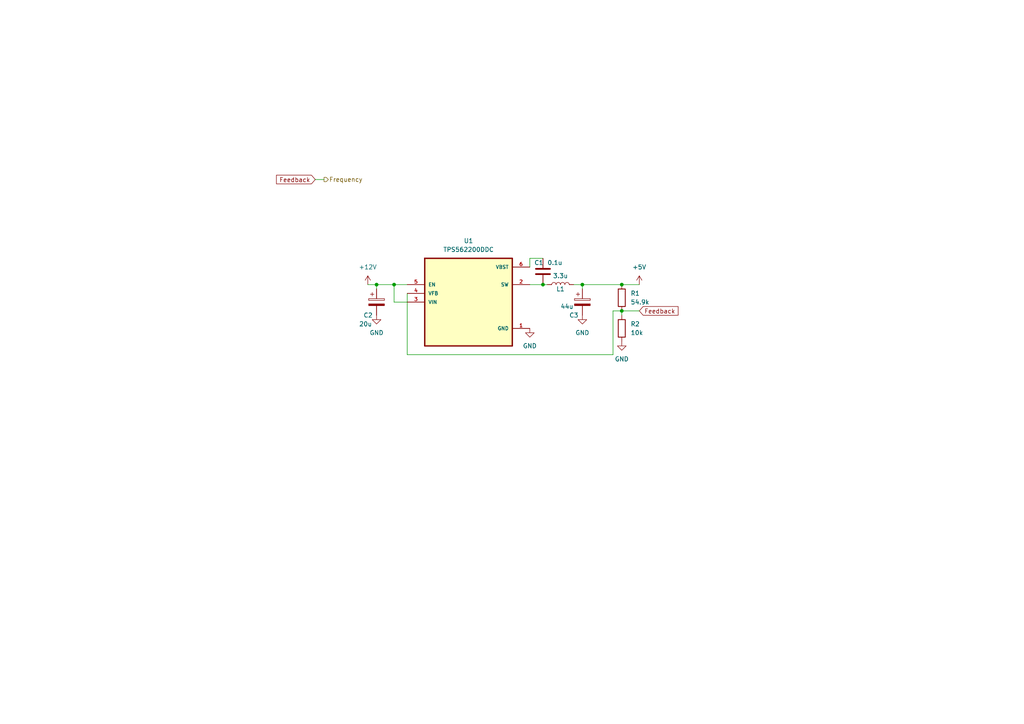
<source format=kicad_sch>
(kicad_sch (version 20230121) (generator eeschema)
  (paper "A4")
  (lib_symbols
    (symbol "Device:C" (pin_numbers hide) (pin_names (offset 0.254))
      (property "Reference" "C" (at 0.635 2.54 0))
      (property "Value" "C" (at 0.635 -2.54 0))
      (symbol "C_0_1"
        (polyline (pts (xy -2.032 -0.762) (xy 2.032 -0.762)) (stroke (width 0.508)))
        (polyline (pts (xy -2.032 0.762) (xy 2.032 0.762)) (stroke (width 0.508)))
      )
      (symbol "C_1_1"
        (pin passive line (at 0 3.81 270) (length 2.794) (name "~") (number "1"))
        (pin passive line (at 0 -3.81 90) (length 2.794) (name "~") (number "2"))
      )
    )
    (symbol "Device:C_Polarized" (pin_numbers hide) (pin_names (offset 0.254))
      (property "Reference" "C" (at 0.635 2.54 0))
      (property "Value" "C_Polarized" (at 0.635 -2.54 0))
      (symbol "C_Polarized_0_1"
        (rectangle (start -2.286 0.508) (end 2.286 1.016))
        (polyline (pts (xy -1.778 2.286) (xy -0.762 2.286)))
        (polyline (pts (xy -1.27 2.794) (xy -1.27 1.778)))
        (rectangle (start 2.286 -0.508) (end -2.286 -1.016) (fill (type outline)))
      )
      (symbol "C_Polarized_1_1"
        (pin passive line (at 0 3.81 270) (length 2.794) (name "~") (number "1"))
        (pin passive line (at 0 -3.81 90) (length 2.794) (name "~") (number "2"))
      )
    )
    (symbol "Device:L" (pin_numbers hide) (pin_names (offset 1.016) hide)
      (property "Reference" "L" (at -1.27 0 90))
      (property "Value" "L" (at 1.905 0 90))
      (symbol "L_0_1"
        (arc (start 0 -2.54) (mid 0.6323 -1.905) (end 0 -1.27))
        (arc (start 0 -1.27) (mid 0.6323 -0.635) (end 0 0))
        (arc (start 0 0) (mid 0.6323 0.635) (end 0 1.27))
        (arc (start 0 1.27) (mid 0.6323 1.905) (end 0 2.54))
      )
      (symbol "L_1_1"
        (pin passive line (at 0 3.81 270) (length 1.27) (name "1") (number "1"))
        (pin passive line (at 0 -3.81 90) (length 1.27) (name "2") (number "2"))
      )
    )
    (symbol "Device:R" (pin_numbers hide) (pin_names (offset 0))
      (property "Reference" "R" (at 2.032 0 90))
      (property "Value" "R" (at 0 0 90))
      (symbol "R_0_1"
        (rectangle (start -1.016 -2.54) (end 1.016 2.54) (stroke (width 0.254)))
      )
      (symbol "R_1_1"
        (pin passive line (at 0 3.81 270) (length 1.27) (name "~") (number "1"))
        (pin passive line (at 0 -3.81 90) (length 1.27) (name "~") (number "2"))
      )
    )
    (symbol "TPS562200DDC:TPS562200DDC" (pin_names (offset 1.016))
      (property "Reference" "U" (at -12.7 13.7 0))
      (property "Value" "TPS562200DDC" (at -12.7 -16.7 0))
      (symbol "TPS562200DDC_0_0"
        (rectangle (start -12.7 -12.7) (end 12.7 12.7) (stroke (width 0.41)) (fill (type background)))
        (pin power_in line (at 17.78 -7.62 180) (length 5.08) (name "GND") (number "1"))
        (pin output line (at 17.78 5.08 180) (length 5.08) (name "SW") (number "2"))
        (pin input line (at -17.78 0 0) (length 5.08) (name "VIN") (number "3"))
        (pin input line (at -17.78 2.54 0) (length 5.08) (name "VFB") (number "4"))
        (pin input line (at -17.78 5.08 0) (length 5.08) (name "EN") (number "5"))
        (pin power_in line (at 17.78 10.16 180) (length 5.08) (name "VBST") (number "6"))
      )
    )
    (symbol "power:+12V" (power) (pin_names (offset 0))
      (property "Value" "+12V" (at 0 3.556 0))
      (symbol "+12V_0_1"
        (polyline (pts (xy -0.762 1.27) (xy 0 2.54)))
        (polyline (pts (xy 0 0) (xy 0 2.54)))
        (polyline (pts (xy 0 2.54) (xy 0.762 1.27)))
      )
      (symbol "+12V_1_1"
        (pin power_in line (at 0 0 90) (length 0) hide (name "+12V") (number "1"))
      )
    )
    (symbol "power:+5V" (power) (pin_names (offset 0))
      (property "Value" "+5V" (at 0 3.556 0))
      (symbol "+5V_0_1"
        (polyline (pts (xy -0.762 1.27) (xy 0 2.54)))
        (polyline (pts (xy 0 0) (xy 0 2.54)))
        (polyline (pts (xy 0 2.54) (xy 0.762 1.27)))
      )
      (symbol "+5V_1_1"
        (pin power_in line (at 0 0 90) (length 0) hide (name "+5V") (number "1"))
      )
    )
    (symbol "power:GND" (power) (pin_names (offset 0))
      (property "Value" "GND" (at 0 -3.81 0))
      (symbol "GND_0_1"
        (polyline (pts (xy 0 0) (xy 0 -1.27) (xy 1.27 -1.27) (xy 0 -2.54) (xy -1.27 -1.27) (xy 0 -1.27)))
      )
      (symbol "GND_1_1"
        (pin power_in line (at 0 0 270) (length 0) hide (name "GND") (number "1"))
      )
    )
  )
  (junction (at 109.22 82.55))
  (junction (at 157.48 82.55))
  (junction (at 168.91 82.55))
  (junction (at 180.34 82.55))
  (junction (at 180.34 90.17))
  (junction (at 114.3 82.55))
  (wire (pts (xy 168.91 82.55) (xy 168.91 83.82)))
  (wire (pts (xy 118.11 102.87) (xy 177.8 102.87)))
  (wire (pts (xy 109.22 82.55) (xy 114.3 82.55)))
  (wire (pts (xy 180.34 82.55) (xy 185.42 82.55)))
  (wire (pts (xy 118.11 85.09) (xy 118.11 102.87)))
  (wire (pts (xy 106.68 82.55) (xy 109.22 82.55)))
  (wire (pts (xy 118.11 87.63) (xy 114.3 87.63)))
  (wire (pts (xy 153.67 82.55) (xy 157.48 82.55)))
  (wire (pts (xy 180.34 91.44) (xy 180.34 90.17)))
  (wire (pts (xy 157.48 82.55) (xy 158.75 82.55)))
  (wire (pts (xy 114.3 82.55) (xy 118.11 82.55)))
  (wire (pts (xy 177.8 102.87) (xy 177.8 90.17)))
  (wire (pts (xy 114.3 87.63) (xy 114.3 82.55)))
  (wire (pts (xy 180.34 90.17) (xy 185.42 90.17)))
  (wire (pts (xy 153.67 74.93) (xy 153.67 77.47)))
  (wire (pts (xy 91.44 52.07) (xy 93.98 52.07)))
  (wire (pts (xy 166.37 82.55) (xy 168.91 82.55)))
  (wire (pts (xy 157.48 74.93) (xy 153.67 74.93)))
  (wire (pts (xy 177.8 90.17) (xy 180.34 90.17)))
  (wire (pts (xy 168.91 82.55) (xy 180.34 82.55)))
  (wire (pts (xy 109.22 82.55) (xy 109.22 83.82)))
  (global_label "Feedback" (shape input) (at 185.42 90.17 0) (property "Intersheetrefs" "${INTERSHEET_REFS}" (effects hide)))
  (global_label "Feedback" (shape input) (at 91.44 52.07 180) (property "Intersheetrefs" "${INTERSHEET_REFS}" (effects hide)))
  (hierarchical_label "Frequency" (shape output) (at 93.98 52.07 0))
  (symbol (lib_id "Device:R") (at 180.34 95.25 0) (unit 1)
    (property "Reference" "R2" (at 182.88 93.98 0) (effects (justify left)))
    (property "Value" "10k" (at 182.88 96.52 0) (effects (justify left)))
  )
  (symbol (lib_id "power:GND") (at 109.22 91.44 0) (unit 1)
    (property "Reference" "#PWR05" (effects hide))
    (property "Value" "GND" (at 109.22 96.52 0))
  )
  (symbol (lib_id "Device:C_Polarized") (at 109.22 87.63 0) (unit 1)
    (property "Reference" "C2" (at 105.41 91.44 0) (effects (justify left)))
    (property "Value" "20u" (at 104.14 93.98 0) (effects (justify left)))
  )
  (symbol (lib_id "Device:C_Polarized") (at 168.91 87.63 0) (unit 1)
    (property "Reference" "C3" (at 165.1 91.44 0) (effects (justify left)))
    (property "Value" "44u" (at 162.56 88.9 0) (effects (justify left)))
  )
  (symbol (lib_id "power:GND") (at 180.34 99.06 0) (unit 1)
    (property "Reference" "#PWR03" (effects hide))
    (property "Value" "GND" (at 180.34 104.14 0))
  )
  (symbol (lib_id "power:GND") (at 168.91 91.44 0) (unit 1)
    (property "Reference" "#PWR04" (effects hide))
    (property "Value" "GND" (at 168.91 96.52 0))
  )
  (symbol (lib_id "TPS562200DDC:TPS562200DDC") (at 135.89 87.63 0) (unit 1)
    (property "Reference" "U1" (at 135.89 69.85 0))
    (property "Value" "TPS562200DDC" (at 135.89 72.39 0))
    (property "Footprint" "TPS562200DDC:SOT95P280X110-6N" (effects hide))
    (property "MF" "Texas Instruments" (effects hide))
    (property "Description" "\nConv DC-DC 4.5V to 17V Synchronous Step Down Single-Out 0.67V to 7V 2A 6-Pin TSOT-23 T/R\n" (effects hide))
    (property "Package" "SOT-23-THN-6 Texas Instruments" (effects hide))
    (property "Price" "None" (effects hide))
    (property "SnapEDA_Link" "https://www.snapeda.com/parts/TPS562200DDC/Texas+Instruments/view-part/?ref=snap" (effects hide))
    (property "MP" "TPS562200DDC" (effects hide))
    (property "Availability" "In Stock" (effects hide))
    (property "Check_prices" "https://www.snapeda.com/parts/TPS562200DDC/Texas+Instruments/view-part/?ref=eda" (effects hide))
  )
  (symbol (lib_id "power:+5V") (at 185.42 82.55 0) (unit 1)
    (property "Reference" "#PWR02" (effects hide))
    (property "Value" "+5V" (at 185.42 77.47 0))
  )
  (symbol (lib_id "Device:L") (at 162.56 82.55 90) (unit 1)
    (property "Reference" "L1" (at 162.56 83.82 90))
    (property "Value" "3.3u" (at 162.56 80.01 90))
  )
  (symbol (lib_id "power:+12V") (at 106.68 82.55 0) (unit 1)
    (property "Reference" "#PWR01" (effects hide))
    (property "Value" "+12V" (at 106.68 77.47 0))
  )
  (symbol (lib_id "power:GND") (at 153.67 95.25 0) (unit 1)
    (property "Reference" "#PWR06" (effects hide))
    (property "Value" "GND" (at 153.67 100.33 0))
  )
  (symbol (lib_id "Device:R") (at 180.34 86.36 0) (unit 1)
    (property "Reference" "R1" (at 182.88 85.09 0) (effects (justify left)))
    (property "Value" "54.9k" (at 182.88 87.63 0) (effects (justify left)))
  )
  (symbol (lib_id "Device:C") (at 157.48 78.74 0) (unit 1)
    (property "Reference" "C1" (at 154.94 76.2 0) (effects (justify left)))
    (property "Value" "0.1u" (at 158.75 76.2 0) (effects (justify left)))
  )
)
</source>
